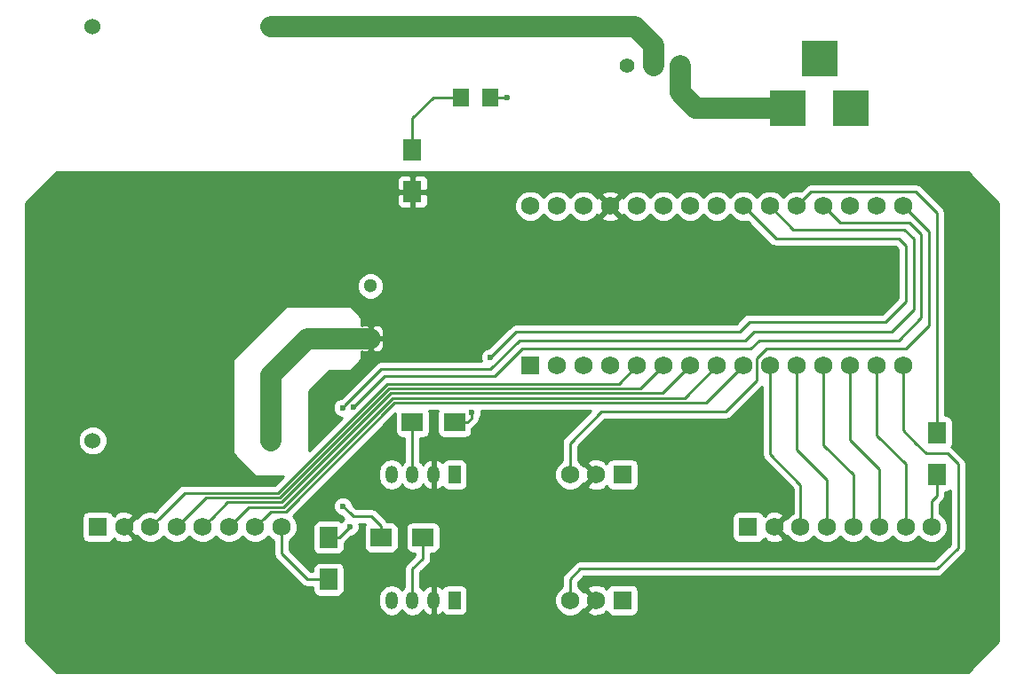
<source format=gbr>
G04 #@! TF.FileFunction,Copper,L1,Top,Signal*
%FSLAX46Y46*%
G04 Gerber Fmt 4.6, Leading zero omitted, Abs format (unit mm)*
G04 Created by KiCad (PCBNEW 4.0.3+e1-6302~38~ubuntu15.04.1-stable) date Sun Sep 25 07:10:45 2016*
%MOMM*%
%LPD*%
G01*
G04 APERTURE LIST*
%ADD10C,0.100000*%
%ADD11R,1.727200X1.727200*%
%ADD12C,1.727200*%
%ADD13R,1.300000X1.300000*%
%ADD14C,1.300000*%
%ADD15R,1.597660X1.800860*%
%ADD16R,1.750000X1.750000*%
%ADD17C,1.750000*%
%ADD18R,1.200000X1.700000*%
%ADD19O,1.200000X1.700000*%
%ADD20C,1.524000*%
%ADD21R,3.500120X3.500120*%
%ADD22R,1.700000X2.000000*%
%ADD23R,2.000000X1.700000*%
%ADD24R,1.397000X1.397000*%
%ADD25C,1.397000*%
%ADD26C,0.600000*%
%ADD27C,0.250000*%
%ADD28C,2.050000*%
%ADD29C,0.254000*%
G04 APERTURE END LIST*
D10*
D11*
X79220000Y-67620000D03*
D12*
X81760000Y-67620000D03*
X84300000Y-67620000D03*
X86840000Y-67620000D03*
X89380000Y-67620000D03*
X91920000Y-67620000D03*
X94460000Y-67620000D03*
X97000000Y-67620000D03*
X99540000Y-67620000D03*
X102080000Y-67620000D03*
X104620000Y-67620000D03*
X107160000Y-67620000D03*
X109700000Y-67620000D03*
X112240000Y-67620000D03*
X114780000Y-67620000D03*
X114780000Y-52380000D03*
X112240000Y-52380000D03*
X109700000Y-52380000D03*
X107160000Y-52380000D03*
X104620000Y-52380000D03*
X102080000Y-52380000D03*
X99540000Y-52380000D03*
X97000000Y-52380000D03*
X94460000Y-52380000D03*
X91920000Y-52380000D03*
X89380000Y-52380000D03*
X86840000Y-52380000D03*
X84300000Y-52380000D03*
X81760000Y-52380000D03*
X79220000Y-52380000D03*
D13*
X64000000Y-65000000D03*
D14*
X64000000Y-60000000D03*
D15*
X72580140Y-42000000D03*
X75419860Y-42000000D03*
D16*
X38000000Y-83000000D03*
D17*
X40500000Y-83000000D03*
X43000000Y-83000000D03*
X45500000Y-83000000D03*
X48000000Y-83000000D03*
X50500000Y-83000000D03*
X53000000Y-83000000D03*
X55500000Y-83000000D03*
D16*
X100000000Y-83000000D03*
D17*
X102500000Y-83000000D03*
X105000000Y-83000000D03*
X107500000Y-83000000D03*
X110000000Y-83000000D03*
X112500000Y-83000000D03*
X115000000Y-83000000D03*
X117500000Y-83000000D03*
D18*
X72000000Y-90000000D03*
D19*
X70000000Y-90000000D03*
X68000000Y-90000000D03*
X66000000Y-90000000D03*
D18*
X72000000Y-78000000D03*
D19*
X70000000Y-78000000D03*
X68000000Y-78000000D03*
X66000000Y-78000000D03*
D20*
X54500000Y-35250000D03*
X37500000Y-35250000D03*
X54500000Y-74750000D03*
X37500000Y-74750000D03*
D21*
X103799860Y-43000000D03*
X109799340Y-43000000D03*
X106799600Y-38301000D03*
D22*
X60000000Y-84000000D03*
X60000000Y-88000000D03*
X118000000Y-74000000D03*
X118000000Y-78000000D03*
D23*
X65000000Y-84000000D03*
X69000000Y-84000000D03*
X72000000Y-73000000D03*
X68000000Y-73000000D03*
D22*
X68000000Y-47000000D03*
X68000000Y-51000000D03*
D16*
X88000000Y-90000000D03*
D17*
X85500000Y-90000000D03*
X83000000Y-90000000D03*
D16*
X88000000Y-78000000D03*
D17*
X85500000Y-78000000D03*
X83000000Y-78000000D03*
D24*
X93540000Y-39000000D03*
D25*
X91000000Y-39000000D03*
X88460000Y-39000000D03*
D26*
X77000000Y-42000000D03*
X62375532Y-71531459D03*
X62000000Y-83000000D03*
X61361318Y-81012735D03*
X61337743Y-71614888D03*
X75386684Y-66825810D03*
X73617332Y-72110335D03*
D27*
X75419860Y-42000000D02*
X77000000Y-42000000D01*
X89380000Y-67620000D02*
X87651241Y-69348759D01*
X55166012Y-79737267D02*
X46262733Y-79737267D01*
X46262733Y-79737267D02*
X43874999Y-82125001D01*
X65554519Y-69348759D02*
X55166012Y-79737267D01*
X87651241Y-69348759D02*
X65554519Y-69348759D01*
X43874999Y-82125001D02*
X43000000Y-83000000D01*
X55352412Y-80187278D02*
X48312722Y-80187278D01*
X48312722Y-80187278D02*
X46374999Y-82125001D01*
X91920000Y-67620000D02*
X89741230Y-69798770D01*
X46374999Y-82125001D02*
X45500000Y-83000000D01*
X65740919Y-69798770D02*
X55352412Y-80187278D01*
X89741230Y-69798770D02*
X65740919Y-69798770D01*
X48874999Y-82125001D02*
X48000000Y-83000000D01*
X65927319Y-70248781D02*
X55538812Y-80637289D01*
X50362711Y-80637289D02*
X48874999Y-82125001D01*
X91831219Y-70248781D02*
X65927319Y-70248781D01*
X94460000Y-67620000D02*
X91831219Y-70248781D01*
X55538812Y-80637289D02*
X50362711Y-80637289D01*
X52412700Y-81087300D02*
X51374999Y-82125001D01*
X51374999Y-82125001D02*
X50500000Y-83000000D01*
X93921208Y-70698792D02*
X66113719Y-70698792D01*
X97000000Y-67620000D02*
X93921208Y-70698792D01*
X66113719Y-70698792D02*
X55725212Y-81087300D01*
X55725212Y-81087300D02*
X52412700Y-81087300D01*
X66300119Y-71148803D02*
X55911611Y-81537311D01*
X55911611Y-81537311D02*
X54462689Y-81537311D01*
X99540000Y-67620000D02*
X96011197Y-71148803D01*
X96011197Y-71148803D02*
X66300119Y-71148803D01*
X54462689Y-81537311D02*
X53874999Y-82125001D01*
X53874999Y-82125001D02*
X53000000Y-83000000D01*
X102080000Y-67620000D02*
X102080000Y-76080000D01*
X105000000Y-79000000D02*
X105000000Y-83000000D01*
X102080000Y-76080000D02*
X105000000Y-79000000D01*
X104620000Y-67620000D02*
X104620000Y-75620000D01*
X107500000Y-78500000D02*
X107500000Y-83000000D01*
X104620000Y-75620000D02*
X107500000Y-78500000D01*
X107160000Y-67620000D02*
X107160000Y-75160000D01*
X110000000Y-78000000D02*
X110000000Y-83000000D01*
X107160000Y-75160000D02*
X110000000Y-78000000D01*
X109700000Y-67620000D02*
X109700000Y-74700000D01*
X112500000Y-77500000D02*
X112500000Y-83000000D01*
X109700000Y-74700000D02*
X112500000Y-77500000D01*
X112240000Y-67620000D02*
X112240000Y-74240000D01*
X115000000Y-77000000D02*
X115000000Y-83000000D01*
X112240000Y-74240000D02*
X115000000Y-77000000D01*
X114780000Y-72780000D02*
X114780000Y-73780000D01*
X114780000Y-73780000D02*
X116000000Y-75000000D01*
X114780000Y-67620000D02*
X114780000Y-72780000D01*
X83000000Y-88000000D02*
X83000000Y-90000000D01*
X116000000Y-75000000D02*
X117000000Y-76000000D01*
X117000000Y-76000000D02*
X119000000Y-76000000D01*
X119000000Y-76000000D02*
X120000000Y-77000000D01*
X120000000Y-77000000D02*
X120000000Y-85000000D01*
X120000000Y-85000000D02*
X118000000Y-87000000D01*
X118000000Y-87000000D02*
X84000000Y-87000000D01*
X84000000Y-87000000D02*
X83000000Y-88000000D01*
X114780000Y-52380000D02*
X117233524Y-54833524D01*
X86000000Y-72000000D02*
X83000000Y-75000000D01*
X117233524Y-54833524D02*
X117233524Y-63766476D01*
X117233524Y-63766476D02*
X115000000Y-66000000D01*
X100848160Y-66892322D02*
X100848160Y-69000000D01*
X115000000Y-66000000D02*
X101740482Y-66000000D01*
X101740482Y-66000000D02*
X100848160Y-66892322D01*
X100848160Y-69000000D02*
X97848160Y-72000000D01*
X97848160Y-72000000D02*
X86000000Y-72000000D01*
X83000000Y-75000000D02*
X83000000Y-78000000D01*
X78474869Y-66000000D02*
X75874775Y-68600094D01*
X114386129Y-65177761D02*
X101046596Y-65177761D01*
X116515105Y-55088354D02*
X116515105Y-63048785D01*
X108752730Y-53972730D02*
X115399481Y-53972730D01*
X107160000Y-52380000D02*
X108752730Y-53972730D01*
X115399481Y-53972730D02*
X116515105Y-55088354D01*
X101046596Y-65177761D02*
X100224357Y-66000000D01*
X116515105Y-63048785D02*
X114386129Y-65177761D01*
X100224357Y-66000000D02*
X78474869Y-66000000D01*
X75874775Y-68600094D02*
X65306897Y-68600094D01*
X65306897Y-68600094D02*
X62675531Y-71231460D01*
X62675531Y-71231460D02*
X62375532Y-71531459D01*
X61000000Y-84000000D02*
X60000000Y-84000000D01*
X62000000Y-83000000D02*
X61000000Y-84000000D01*
X107160000Y-52380000D02*
X106620000Y-52380000D01*
X104620000Y-52380000D02*
X106000000Y-51000000D01*
X106000000Y-51000000D02*
X116000000Y-51000000D01*
X116000000Y-51000000D02*
X118000000Y-53000000D01*
X118000000Y-53000000D02*
X118000000Y-67000000D01*
X118000000Y-67000000D02*
X118000000Y-74000000D01*
X102080000Y-52380000D02*
X104322610Y-54622610D01*
X115757163Y-62249107D02*
X113645310Y-64360960D01*
X104322610Y-54622610D02*
X114907096Y-54622610D01*
X100539698Y-64360960D02*
X99704339Y-65196319D01*
X114907096Y-54622610D02*
X115757163Y-55472677D01*
X115757163Y-55472677D02*
X115757163Y-62249107D01*
X113645310Y-64360960D02*
X100539698Y-64360960D01*
X99704339Y-65196319D02*
X78202419Y-65196319D01*
X78202419Y-65196319D02*
X75438049Y-67960689D01*
X75438049Y-67960689D02*
X64991942Y-67960689D01*
X64991942Y-67960689D02*
X61637742Y-71314889D01*
X61637742Y-71314889D02*
X61337743Y-71614888D01*
X61361318Y-81012735D02*
X62000000Y-81651417D01*
X64100000Y-82000000D02*
X62348583Y-82000000D01*
X62348583Y-82000000D02*
X62000000Y-81651417D01*
X65000000Y-84000000D02*
X65000000Y-82900000D01*
X65000000Y-82900000D02*
X64100000Y-82000000D01*
X99540000Y-52380000D02*
X102648244Y-55488244D01*
X102648244Y-55488244D02*
X114325323Y-55488244D01*
X114325323Y-55488244D02*
X115000000Y-56162921D01*
X115000000Y-56162921D02*
X115000000Y-61460461D01*
X115000000Y-61460461D02*
X113054316Y-63406145D01*
X113054316Y-63406145D02*
X100118272Y-63406145D01*
X100118272Y-63406145D02*
X99166308Y-64358109D01*
X99166308Y-64358109D02*
X77854385Y-64358109D01*
X77854385Y-64358109D02*
X75686683Y-66525811D01*
X75686683Y-66525811D02*
X75386684Y-66825810D01*
X73617332Y-72534599D02*
X73617332Y-72110335D01*
X73617332Y-72632668D02*
X73617332Y-72534599D01*
X73250000Y-73000000D02*
X73617332Y-72632668D01*
X72000000Y-73000000D02*
X73250000Y-73000000D01*
D28*
X54500000Y-74750000D02*
X54500000Y-68500000D01*
X58000000Y-65000000D02*
X64000000Y-65000000D01*
X54500000Y-68500000D02*
X58000000Y-65000000D01*
D27*
X68000000Y-47000000D02*
X68000000Y-44000000D01*
X70000000Y-42000000D02*
X72580140Y-42000000D01*
X68000000Y-44000000D02*
X70000000Y-42000000D01*
X60000000Y-88000000D02*
X58000000Y-88000000D01*
X55500000Y-85500000D02*
X55500000Y-83000000D01*
X58000000Y-88000000D02*
X55500000Y-85500000D01*
X117500000Y-83000000D02*
X117500000Y-80500000D01*
X118000000Y-80000000D02*
X118000000Y-78000000D01*
X117500000Y-80500000D02*
X118000000Y-80000000D01*
X68000000Y-90000000D02*
X68000000Y-87000000D01*
X69000000Y-86000000D02*
X69000000Y-84000000D01*
X68000000Y-87000000D02*
X69000000Y-86000000D01*
X68000000Y-73000000D02*
X68000000Y-78000000D01*
D28*
X91000000Y-39000000D02*
X91000000Y-37000000D01*
X89250000Y-35250000D02*
X54500000Y-35250000D01*
X91000000Y-37000000D02*
X89250000Y-35250000D01*
X93540000Y-39000000D02*
X93540000Y-41540000D01*
X95000000Y-43000000D02*
X103799860Y-43000000D01*
X93540000Y-41540000D02*
X95000000Y-43000000D01*
D29*
G36*
X123873000Y-52052606D02*
X123873000Y-93947394D01*
X120947394Y-96873000D01*
X34052606Y-96873000D01*
X31127000Y-93947394D01*
X31127000Y-89720907D01*
X64765000Y-89720907D01*
X64765000Y-90279093D01*
X64859009Y-90751707D01*
X65126723Y-91152370D01*
X65527386Y-91420084D01*
X66000000Y-91514093D01*
X66472614Y-91420084D01*
X66873277Y-91152370D01*
X67000000Y-90962715D01*
X67126723Y-91152370D01*
X67527386Y-91420084D01*
X68000000Y-91514093D01*
X68472614Y-91420084D01*
X68873277Y-91152370D01*
X69002410Y-90959109D01*
X69170875Y-91181933D01*
X69590624Y-91428286D01*
X69682391Y-91443462D01*
X69873000Y-91318731D01*
X69873000Y-90127000D01*
X69853000Y-90127000D01*
X69853000Y-89873000D01*
X69873000Y-89873000D01*
X69873000Y-88681269D01*
X70127000Y-88681269D01*
X70127000Y-89873000D01*
X70147000Y-89873000D01*
X70147000Y-90127000D01*
X70127000Y-90127000D01*
X70127000Y-91318731D01*
X70317609Y-91443462D01*
X70409376Y-91428286D01*
X70829125Y-91181933D01*
X70845269Y-91160580D01*
X70935910Y-91301441D01*
X71148110Y-91446431D01*
X71400000Y-91497440D01*
X72600000Y-91497440D01*
X72835317Y-91453162D01*
X73051441Y-91314090D01*
X73196431Y-91101890D01*
X73247440Y-90850000D01*
X73247440Y-89150000D01*
X73203162Y-88914683D01*
X73064090Y-88698559D01*
X72851890Y-88553569D01*
X72600000Y-88502560D01*
X71400000Y-88502560D01*
X71164683Y-88546838D01*
X70948559Y-88685910D01*
X70844429Y-88838309D01*
X70829125Y-88818067D01*
X70409376Y-88571714D01*
X70317609Y-88556538D01*
X70127000Y-88681269D01*
X69873000Y-88681269D01*
X69682391Y-88556538D01*
X69590624Y-88571714D01*
X69170875Y-88818067D01*
X69002410Y-89040891D01*
X68873277Y-88847630D01*
X68760000Y-88771941D01*
X68760000Y-87314802D01*
X69537401Y-86537401D01*
X69702148Y-86290839D01*
X69760000Y-86000000D01*
X69760000Y-85497440D01*
X70000000Y-85497440D01*
X70235317Y-85453162D01*
X70451441Y-85314090D01*
X70596431Y-85101890D01*
X70647440Y-84850000D01*
X70647440Y-83150000D01*
X70603162Y-82914683D01*
X70464090Y-82698559D01*
X70251890Y-82553569D01*
X70000000Y-82502560D01*
X68000000Y-82502560D01*
X67764683Y-82546838D01*
X67548559Y-82685910D01*
X67403569Y-82898110D01*
X67352560Y-83150000D01*
X67352560Y-84850000D01*
X67396838Y-85085317D01*
X67535910Y-85301441D01*
X67748110Y-85446431D01*
X68000000Y-85497440D01*
X68240000Y-85497440D01*
X68240000Y-85685198D01*
X67462599Y-86462599D01*
X67297852Y-86709161D01*
X67240000Y-87000000D01*
X67240000Y-88771941D01*
X67126723Y-88847630D01*
X67000000Y-89037285D01*
X66873277Y-88847630D01*
X66472614Y-88579916D01*
X66000000Y-88485907D01*
X65527386Y-88579916D01*
X65126723Y-88847630D01*
X64859009Y-89248293D01*
X64765000Y-89720907D01*
X31127000Y-89720907D01*
X31127000Y-82125000D01*
X36477560Y-82125000D01*
X36477560Y-83875000D01*
X36521838Y-84110317D01*
X36660910Y-84326441D01*
X36873110Y-84471431D01*
X37125000Y-84522440D01*
X38875000Y-84522440D01*
X39110317Y-84478162D01*
X39326441Y-84339090D01*
X39463994Y-84137774D01*
X39502914Y-84176694D01*
X39617546Y-84062062D01*
X39700884Y-84315953D01*
X40265306Y-84521590D01*
X40865458Y-84495579D01*
X41299116Y-84315953D01*
X41382455Y-84062060D01*
X40500000Y-83179605D01*
X40485858Y-83193748D01*
X40306253Y-83014143D01*
X40320395Y-83000000D01*
X40679605Y-83000000D01*
X41562060Y-83882455D01*
X41710648Y-83833682D01*
X41719138Y-83854229D01*
X42143537Y-84279370D01*
X42698325Y-84509738D01*
X43299040Y-84510262D01*
X43854229Y-84280862D01*
X44250318Y-83885464D01*
X44643537Y-84279370D01*
X45198325Y-84509738D01*
X45799040Y-84510262D01*
X46354229Y-84280862D01*
X46750318Y-83885464D01*
X47143537Y-84279370D01*
X47698325Y-84509738D01*
X48299040Y-84510262D01*
X48854229Y-84280862D01*
X49250318Y-83885464D01*
X49643537Y-84279370D01*
X50198325Y-84509738D01*
X50799040Y-84510262D01*
X51354229Y-84280862D01*
X51750318Y-83885464D01*
X52143537Y-84279370D01*
X52698325Y-84509738D01*
X53299040Y-84510262D01*
X53854229Y-84280862D01*
X54250318Y-83885464D01*
X54643537Y-84279370D01*
X54740000Y-84319425D01*
X54740000Y-85500000D01*
X54797852Y-85790839D01*
X54962599Y-86037401D01*
X57462599Y-88537401D01*
X57709161Y-88702148D01*
X58000000Y-88760000D01*
X58502560Y-88760000D01*
X58502560Y-89000000D01*
X58546838Y-89235317D01*
X58685910Y-89451441D01*
X58898110Y-89596431D01*
X59150000Y-89647440D01*
X60850000Y-89647440D01*
X61085317Y-89603162D01*
X61301441Y-89464090D01*
X61446431Y-89251890D01*
X61497440Y-89000000D01*
X61497440Y-87000000D01*
X61453162Y-86764683D01*
X61314090Y-86548559D01*
X61101890Y-86403569D01*
X60850000Y-86352560D01*
X59150000Y-86352560D01*
X58914683Y-86396838D01*
X58698559Y-86535910D01*
X58553569Y-86748110D01*
X58502560Y-87000000D01*
X58502560Y-87240000D01*
X58314802Y-87240000D01*
X56260000Y-85185198D01*
X56260000Y-84319797D01*
X56354229Y-84280862D01*
X56779370Y-83856463D01*
X57009738Y-83301675D01*
X57010001Y-83000000D01*
X58502560Y-83000000D01*
X58502560Y-85000000D01*
X58546838Y-85235317D01*
X58685910Y-85451441D01*
X58898110Y-85596431D01*
X59150000Y-85647440D01*
X60850000Y-85647440D01*
X61085317Y-85603162D01*
X61301441Y-85464090D01*
X61446431Y-85251890D01*
X61497440Y-85000000D01*
X61497440Y-84564102D01*
X61537401Y-84537401D01*
X62139680Y-83935122D01*
X62185167Y-83935162D01*
X62528943Y-83793117D01*
X62792192Y-83530327D01*
X62934838Y-83186799D01*
X62935162Y-82814833D01*
X62912506Y-82760000D01*
X63497935Y-82760000D01*
X63403569Y-82898110D01*
X63352560Y-83150000D01*
X63352560Y-84850000D01*
X63396838Y-85085317D01*
X63535910Y-85301441D01*
X63748110Y-85446431D01*
X64000000Y-85497440D01*
X66000000Y-85497440D01*
X66235317Y-85453162D01*
X66451441Y-85314090D01*
X66596431Y-85101890D01*
X66647440Y-84850000D01*
X66647440Y-83150000D01*
X66603162Y-82914683D01*
X66464090Y-82698559D01*
X66251890Y-82553569D01*
X66000000Y-82502560D01*
X65630920Y-82502560D01*
X65537401Y-82362599D01*
X65299802Y-82125000D01*
X98477560Y-82125000D01*
X98477560Y-83875000D01*
X98521838Y-84110317D01*
X98660910Y-84326441D01*
X98873110Y-84471431D01*
X99125000Y-84522440D01*
X100875000Y-84522440D01*
X101110317Y-84478162D01*
X101326441Y-84339090D01*
X101463994Y-84137774D01*
X101502914Y-84176694D01*
X101617546Y-84062062D01*
X101700884Y-84315953D01*
X102265306Y-84521590D01*
X102865458Y-84495579D01*
X103299116Y-84315953D01*
X103382455Y-84062060D01*
X102500000Y-83179605D01*
X102485858Y-83193748D01*
X102306253Y-83014143D01*
X102320395Y-83000000D01*
X102306253Y-82985858D01*
X102485858Y-82806253D01*
X102500000Y-82820395D01*
X103382455Y-81937940D01*
X103299116Y-81684047D01*
X102734694Y-81478410D01*
X102134542Y-81504421D01*
X101700884Y-81684047D01*
X101617546Y-81937938D01*
X101502914Y-81823306D01*
X101461864Y-81864356D01*
X101339090Y-81673559D01*
X101126890Y-81528569D01*
X100875000Y-81477560D01*
X99125000Y-81477560D01*
X98889683Y-81521838D01*
X98673559Y-81660910D01*
X98528569Y-81873110D01*
X98477560Y-82125000D01*
X65299802Y-82125000D01*
X64637401Y-81462599D01*
X64390839Y-81297852D01*
X64100000Y-81240000D01*
X62663385Y-81240000D01*
X62296440Y-80873055D01*
X62296480Y-80827568D01*
X62154435Y-80483792D01*
X61891645Y-80220543D01*
X61548117Y-80077897D01*
X61176151Y-80077573D01*
X60832375Y-80219618D01*
X60569126Y-80482408D01*
X60426480Y-80825936D01*
X60426156Y-81197902D01*
X60568201Y-81541678D01*
X60830991Y-81804927D01*
X61174519Y-81947573D01*
X61221395Y-81947614D01*
X61477855Y-82204074D01*
X61471057Y-82206883D01*
X61207808Y-82469673D01*
X61205781Y-82474555D01*
X61101890Y-82403569D01*
X60850000Y-82352560D01*
X59150000Y-82352560D01*
X58914683Y-82396838D01*
X58698559Y-82535910D01*
X58553569Y-82748110D01*
X58502560Y-83000000D01*
X57010001Y-83000000D01*
X57010262Y-82700960D01*
X56780862Y-82145771D01*
X56579583Y-81944141D01*
X66352560Y-72171164D01*
X66352560Y-73850000D01*
X66396838Y-74085317D01*
X66535910Y-74301441D01*
X66748110Y-74446431D01*
X67000000Y-74497440D01*
X67240000Y-74497440D01*
X67240000Y-76771941D01*
X67126723Y-76847630D01*
X67000000Y-77037285D01*
X66873277Y-76847630D01*
X66472614Y-76579916D01*
X66000000Y-76485907D01*
X65527386Y-76579916D01*
X65126723Y-76847630D01*
X64859009Y-77248293D01*
X64765000Y-77720907D01*
X64765000Y-78279093D01*
X64859009Y-78751707D01*
X65126723Y-79152370D01*
X65527386Y-79420084D01*
X66000000Y-79514093D01*
X66472614Y-79420084D01*
X66873277Y-79152370D01*
X67000000Y-78962715D01*
X67126723Y-79152370D01*
X67527386Y-79420084D01*
X68000000Y-79514093D01*
X68472614Y-79420084D01*
X68873277Y-79152370D01*
X69002410Y-78959109D01*
X69170875Y-79181933D01*
X69590624Y-79428286D01*
X69682391Y-79443462D01*
X69873000Y-79318731D01*
X69873000Y-78127000D01*
X69853000Y-78127000D01*
X69853000Y-77873000D01*
X69873000Y-77873000D01*
X69873000Y-76681269D01*
X70127000Y-76681269D01*
X70127000Y-77873000D01*
X70147000Y-77873000D01*
X70147000Y-78127000D01*
X70127000Y-78127000D01*
X70127000Y-79318731D01*
X70317609Y-79443462D01*
X70409376Y-79428286D01*
X70829125Y-79181933D01*
X70845269Y-79160580D01*
X70935910Y-79301441D01*
X71148110Y-79446431D01*
X71400000Y-79497440D01*
X72600000Y-79497440D01*
X72835317Y-79453162D01*
X73051441Y-79314090D01*
X73196431Y-79101890D01*
X73247440Y-78850000D01*
X73247440Y-77150000D01*
X73203162Y-76914683D01*
X73064090Y-76698559D01*
X72851890Y-76553569D01*
X72600000Y-76502560D01*
X71400000Y-76502560D01*
X71164683Y-76546838D01*
X70948559Y-76685910D01*
X70844429Y-76838309D01*
X70829125Y-76818067D01*
X70409376Y-76571714D01*
X70317609Y-76556538D01*
X70127000Y-76681269D01*
X69873000Y-76681269D01*
X69682391Y-76556538D01*
X69590624Y-76571714D01*
X69170875Y-76818067D01*
X69002410Y-77040891D01*
X68873277Y-76847630D01*
X68760000Y-76771941D01*
X68760000Y-74497440D01*
X69000000Y-74497440D01*
X69235317Y-74453162D01*
X69451441Y-74314090D01*
X69596431Y-74101890D01*
X69647440Y-73850000D01*
X69647440Y-72150000D01*
X69603162Y-71914683D01*
X69599378Y-71908803D01*
X70401404Y-71908803D01*
X70352560Y-72150000D01*
X70352560Y-73850000D01*
X70396838Y-74085317D01*
X70535910Y-74301441D01*
X70748110Y-74446431D01*
X71000000Y-74497440D01*
X73000000Y-74497440D01*
X73235317Y-74453162D01*
X73451441Y-74314090D01*
X73596431Y-74101890D01*
X73647440Y-73850000D01*
X73647440Y-73630920D01*
X73787401Y-73537401D01*
X74154733Y-73170069D01*
X74319480Y-72923507D01*
X74367372Y-72682741D01*
X74409524Y-72640662D01*
X74552170Y-72297134D01*
X74552494Y-71925168D01*
X74545732Y-71908803D01*
X85016395Y-71908803D01*
X82462599Y-74462599D01*
X82297852Y-74709161D01*
X82240000Y-75000000D01*
X82240000Y-76680203D01*
X82145771Y-76719138D01*
X81720630Y-77143537D01*
X81490262Y-77698325D01*
X81489738Y-78299040D01*
X81719138Y-78854229D01*
X82143537Y-79279370D01*
X82698325Y-79509738D01*
X83299040Y-79510262D01*
X83854229Y-79280862D01*
X84279370Y-78856463D01*
X84288892Y-78833531D01*
X84437940Y-78882455D01*
X85320395Y-78000000D01*
X84437940Y-77117545D01*
X84289352Y-77166318D01*
X84280862Y-77145771D01*
X84073394Y-76937940D01*
X84617545Y-76937940D01*
X85500000Y-77820395D01*
X85514143Y-77806253D01*
X85693748Y-77985858D01*
X85679605Y-78000000D01*
X85693748Y-78014143D01*
X85514143Y-78193748D01*
X85500000Y-78179605D01*
X84617545Y-79062060D01*
X84700884Y-79315953D01*
X85265306Y-79521590D01*
X85865458Y-79495579D01*
X86299116Y-79315953D01*
X86382454Y-79062062D01*
X86497086Y-79176694D01*
X86538136Y-79135644D01*
X86660910Y-79326441D01*
X86873110Y-79471431D01*
X87125000Y-79522440D01*
X88875000Y-79522440D01*
X89110317Y-79478162D01*
X89326441Y-79339090D01*
X89471431Y-79126890D01*
X89522440Y-78875000D01*
X89522440Y-77125000D01*
X89478162Y-76889683D01*
X89339090Y-76673559D01*
X89126890Y-76528569D01*
X88875000Y-76477560D01*
X87125000Y-76477560D01*
X86889683Y-76521838D01*
X86673559Y-76660910D01*
X86536006Y-76862226D01*
X86497086Y-76823306D01*
X86382454Y-76937938D01*
X86299116Y-76684047D01*
X85734694Y-76478410D01*
X85134542Y-76504421D01*
X84700884Y-76684047D01*
X84617545Y-76937940D01*
X84073394Y-76937940D01*
X83856463Y-76720630D01*
X83760000Y-76680575D01*
X83760000Y-75314802D01*
X86314802Y-72760000D01*
X97848160Y-72760000D01*
X98138999Y-72702148D01*
X98385561Y-72537401D01*
X101320000Y-69602962D01*
X101320000Y-76080000D01*
X101377852Y-76370839D01*
X101542599Y-76617401D01*
X104240000Y-79314802D01*
X104240000Y-81680203D01*
X104145771Y-81719138D01*
X103720630Y-82143537D01*
X103711108Y-82166469D01*
X103562060Y-82117545D01*
X102679605Y-83000000D01*
X103562060Y-83882455D01*
X103710648Y-83833682D01*
X103719138Y-83854229D01*
X104143537Y-84279370D01*
X104698325Y-84509738D01*
X105299040Y-84510262D01*
X105854229Y-84280862D01*
X106250318Y-83885464D01*
X106643537Y-84279370D01*
X107198325Y-84509738D01*
X107799040Y-84510262D01*
X108354229Y-84280862D01*
X108750318Y-83885464D01*
X109143537Y-84279370D01*
X109698325Y-84509738D01*
X110299040Y-84510262D01*
X110854229Y-84280862D01*
X111250318Y-83885464D01*
X111643537Y-84279370D01*
X112198325Y-84509738D01*
X112799040Y-84510262D01*
X113354229Y-84280862D01*
X113750318Y-83885464D01*
X114143537Y-84279370D01*
X114698325Y-84509738D01*
X115299040Y-84510262D01*
X115854229Y-84280862D01*
X116250318Y-83885464D01*
X116643537Y-84279370D01*
X117198325Y-84509738D01*
X117799040Y-84510262D01*
X118354229Y-84280862D01*
X118779370Y-83856463D01*
X119009738Y-83301675D01*
X119010262Y-82700960D01*
X118780862Y-82145771D01*
X118356463Y-81720630D01*
X118260000Y-81680575D01*
X118260000Y-80814802D01*
X118537401Y-80537401D01*
X118702148Y-80290839D01*
X118760000Y-80000000D01*
X118760000Y-79647440D01*
X118850000Y-79647440D01*
X119085317Y-79603162D01*
X119240000Y-79503626D01*
X119240000Y-84685198D01*
X117685198Y-86240000D01*
X84000000Y-86240000D01*
X83709161Y-86297852D01*
X83462599Y-86462599D01*
X82462599Y-87462599D01*
X82297852Y-87709161D01*
X82240000Y-88000000D01*
X82240000Y-88680203D01*
X82145771Y-88719138D01*
X81720630Y-89143537D01*
X81490262Y-89698325D01*
X81489738Y-90299040D01*
X81719138Y-90854229D01*
X82143537Y-91279370D01*
X82698325Y-91509738D01*
X83299040Y-91510262D01*
X83854229Y-91280862D01*
X84279370Y-90856463D01*
X84288892Y-90833531D01*
X84437940Y-90882455D01*
X85320395Y-90000000D01*
X84437940Y-89117545D01*
X84289352Y-89166318D01*
X84280862Y-89145771D01*
X84073394Y-88937940D01*
X84617545Y-88937940D01*
X85500000Y-89820395D01*
X85514143Y-89806253D01*
X85693748Y-89985858D01*
X85679605Y-90000000D01*
X85693748Y-90014143D01*
X85514143Y-90193748D01*
X85500000Y-90179605D01*
X84617545Y-91062060D01*
X84700884Y-91315953D01*
X85265306Y-91521590D01*
X85865458Y-91495579D01*
X86299116Y-91315953D01*
X86382454Y-91062062D01*
X86497086Y-91176694D01*
X86538136Y-91135644D01*
X86660910Y-91326441D01*
X86873110Y-91471431D01*
X87125000Y-91522440D01*
X88875000Y-91522440D01*
X89110317Y-91478162D01*
X89326441Y-91339090D01*
X89471431Y-91126890D01*
X89522440Y-90875000D01*
X89522440Y-89125000D01*
X89478162Y-88889683D01*
X89339090Y-88673559D01*
X89126890Y-88528569D01*
X88875000Y-88477560D01*
X87125000Y-88477560D01*
X86889683Y-88521838D01*
X86673559Y-88660910D01*
X86536006Y-88862226D01*
X86497086Y-88823306D01*
X86382454Y-88937938D01*
X86299116Y-88684047D01*
X85734694Y-88478410D01*
X85134542Y-88504421D01*
X84700884Y-88684047D01*
X84617545Y-88937940D01*
X84073394Y-88937940D01*
X83856463Y-88720630D01*
X83760000Y-88680575D01*
X83760000Y-88314802D01*
X84314802Y-87760000D01*
X118000000Y-87760000D01*
X118290839Y-87702148D01*
X118537401Y-87537401D01*
X120537401Y-85537401D01*
X120702148Y-85290839D01*
X120760000Y-85000000D01*
X120760000Y-77000000D01*
X120702148Y-76709161D01*
X120537401Y-76462599D01*
X119537401Y-75462599D01*
X119376101Y-75354822D01*
X119446431Y-75251890D01*
X119497440Y-75000000D01*
X119497440Y-73000000D01*
X119453162Y-72764683D01*
X119314090Y-72548559D01*
X119101890Y-72403569D01*
X118850000Y-72352560D01*
X118760000Y-72352560D01*
X118760000Y-53000000D01*
X118702148Y-52709161D01*
X118537401Y-52462599D01*
X116537401Y-50462599D01*
X116290839Y-50297852D01*
X116000000Y-50240000D01*
X106000000Y-50240000D01*
X105709161Y-50297852D01*
X105462599Y-50462599D01*
X105007114Y-50918084D01*
X104919398Y-50881661D01*
X104323218Y-50881141D01*
X103772220Y-51108808D01*
X103350290Y-51530003D01*
X103349905Y-51530931D01*
X102929997Y-51110290D01*
X102379398Y-50881661D01*
X101783218Y-50881141D01*
X101232220Y-51108808D01*
X100810290Y-51530003D01*
X100809905Y-51530931D01*
X100389997Y-51110290D01*
X99839398Y-50881661D01*
X99243218Y-50881141D01*
X98692220Y-51108808D01*
X98270290Y-51530003D01*
X98269905Y-51530931D01*
X97849997Y-51110290D01*
X97299398Y-50881661D01*
X96703218Y-50881141D01*
X96152220Y-51108808D01*
X95730290Y-51530003D01*
X95729905Y-51530931D01*
X95309997Y-51110290D01*
X94759398Y-50881661D01*
X94163218Y-50881141D01*
X93612220Y-51108808D01*
X93190290Y-51530003D01*
X93189905Y-51530931D01*
X92769997Y-51110290D01*
X92219398Y-50881661D01*
X91623218Y-50881141D01*
X91072220Y-51108808D01*
X90650290Y-51530003D01*
X90649905Y-51530931D01*
X90229997Y-51110290D01*
X89679398Y-50881661D01*
X89083218Y-50881141D01*
X88532220Y-51108808D01*
X88110290Y-51530003D01*
X88093459Y-51570537D01*
X87893805Y-51505800D01*
X87019605Y-52380000D01*
X87893805Y-53254200D01*
X88093033Y-53189601D01*
X88108808Y-53227780D01*
X88530003Y-53649710D01*
X89080602Y-53878339D01*
X89676782Y-53878859D01*
X90227780Y-53651192D01*
X90649710Y-53229997D01*
X90650095Y-53229069D01*
X91070003Y-53649710D01*
X91620602Y-53878339D01*
X92216782Y-53878859D01*
X92767780Y-53651192D01*
X93189710Y-53229997D01*
X93190095Y-53229069D01*
X93610003Y-53649710D01*
X94160602Y-53878339D01*
X94756782Y-53878859D01*
X95307780Y-53651192D01*
X95729710Y-53229997D01*
X95730095Y-53229069D01*
X96150003Y-53649710D01*
X96700602Y-53878339D01*
X97296782Y-53878859D01*
X97847780Y-53651192D01*
X98269710Y-53229997D01*
X98270095Y-53229069D01*
X98690003Y-53649710D01*
X99240602Y-53878339D01*
X99836782Y-53878859D01*
X99926844Y-53841646D01*
X102110843Y-56025645D01*
X102357405Y-56190392D01*
X102648244Y-56248244D01*
X114010521Y-56248244D01*
X114240000Y-56477723D01*
X114240000Y-61145659D01*
X112739514Y-62646145D01*
X100118272Y-62646145D01*
X99827432Y-62703997D01*
X99580871Y-62868744D01*
X98851506Y-63598109D01*
X77854385Y-63598109D01*
X77563546Y-63655961D01*
X77316984Y-63820708D01*
X75247004Y-65890688D01*
X75201517Y-65890648D01*
X74857741Y-66032693D01*
X74594492Y-66295483D01*
X74451846Y-66639011D01*
X74451522Y-67010977D01*
X74529909Y-67200689D01*
X64991942Y-67200689D01*
X64701103Y-67258541D01*
X64454541Y-67423288D01*
X61198063Y-70679766D01*
X61152576Y-70679726D01*
X60808800Y-70821771D01*
X60545551Y-71084561D01*
X60402905Y-71428089D01*
X60402581Y-71800055D01*
X60544626Y-72143831D01*
X60807416Y-72407080D01*
X61150944Y-72549726D01*
X61278639Y-72549837D01*
X58127000Y-75701477D01*
X58127000Y-70052606D01*
X60052606Y-68127000D01*
X62000000Y-68127000D01*
X62047789Y-68117666D01*
X62089803Y-68089803D01*
X63089803Y-67089803D01*
X63116994Y-67049410D01*
X63127000Y-67000000D01*
X63127000Y-66244950D01*
X63223690Y-66285000D01*
X63714250Y-66285000D01*
X63873000Y-66126250D01*
X63873000Y-65127000D01*
X64127000Y-65127000D01*
X64127000Y-66126250D01*
X64285750Y-66285000D01*
X64776310Y-66285000D01*
X65009699Y-66188327D01*
X65188327Y-66009698D01*
X65285000Y-65776309D01*
X65285000Y-65285750D01*
X65126250Y-65127000D01*
X64127000Y-65127000D01*
X63873000Y-65127000D01*
X63853000Y-65127000D01*
X63853000Y-64873000D01*
X63873000Y-64873000D01*
X63873000Y-63873750D01*
X64127000Y-63873750D01*
X64127000Y-64873000D01*
X65126250Y-64873000D01*
X65285000Y-64714250D01*
X65285000Y-64223691D01*
X65188327Y-63990302D01*
X65009699Y-63811673D01*
X64776310Y-63715000D01*
X64285750Y-63715000D01*
X64127000Y-63873750D01*
X63873000Y-63873750D01*
X63714250Y-63715000D01*
X63223690Y-63715000D01*
X63127000Y-63755050D01*
X63127000Y-63000000D01*
X63117666Y-62952211D01*
X63089803Y-62910197D01*
X62089803Y-61910197D01*
X62049410Y-61883006D01*
X62000000Y-61873000D01*
X56000000Y-61873000D01*
X55952211Y-61882334D01*
X55910197Y-61910197D01*
X50910197Y-66910197D01*
X50883006Y-66950590D01*
X50873000Y-67000000D01*
X50873000Y-76000000D01*
X50882334Y-76047789D01*
X50910197Y-76089803D01*
X52910197Y-78089803D01*
X52950590Y-78116994D01*
X53000000Y-78127000D01*
X55701477Y-78127000D01*
X54851210Y-78977267D01*
X46262733Y-78977267D01*
X45971894Y-79035119D01*
X45725332Y-79199866D01*
X43395837Y-81529361D01*
X43301675Y-81490262D01*
X42700960Y-81489738D01*
X42145771Y-81719138D01*
X41720630Y-82143537D01*
X41711108Y-82166469D01*
X41562060Y-82117545D01*
X40679605Y-83000000D01*
X40320395Y-83000000D01*
X40306253Y-82985858D01*
X40485858Y-82806253D01*
X40500000Y-82820395D01*
X41382455Y-81937940D01*
X41299116Y-81684047D01*
X40734694Y-81478410D01*
X40134542Y-81504421D01*
X39700884Y-81684047D01*
X39617546Y-81937938D01*
X39502914Y-81823306D01*
X39461864Y-81864356D01*
X39339090Y-81673559D01*
X39126890Y-81528569D01*
X38875000Y-81477560D01*
X37125000Y-81477560D01*
X36889683Y-81521838D01*
X36673559Y-81660910D01*
X36528569Y-81873110D01*
X36477560Y-82125000D01*
X31127000Y-82125000D01*
X31127000Y-75026661D01*
X36102758Y-75026661D01*
X36314990Y-75540303D01*
X36707630Y-75933629D01*
X37220900Y-76146757D01*
X37776661Y-76147242D01*
X38290303Y-75935010D01*
X38683629Y-75542370D01*
X38896757Y-75029100D01*
X38897242Y-74473339D01*
X38685010Y-73959697D01*
X38292370Y-73566371D01*
X37779100Y-73353243D01*
X37223339Y-73352758D01*
X36709697Y-73564990D01*
X36316371Y-73957630D01*
X36103243Y-74470900D01*
X36102758Y-75026661D01*
X31127000Y-75026661D01*
X31127000Y-60254481D01*
X62714777Y-60254481D01*
X62909995Y-60726943D01*
X63271155Y-61088735D01*
X63743276Y-61284777D01*
X64254481Y-61285223D01*
X64726943Y-61090005D01*
X65088735Y-60728845D01*
X65284777Y-60256724D01*
X65285223Y-59745519D01*
X65090005Y-59273057D01*
X64728845Y-58911265D01*
X64256724Y-58715223D01*
X63745519Y-58714777D01*
X63273057Y-58909995D01*
X62911265Y-59271155D01*
X62715223Y-59743276D01*
X62714777Y-60254481D01*
X31127000Y-60254481D01*
X31127000Y-52676782D01*
X77721141Y-52676782D01*
X77948808Y-53227780D01*
X78370003Y-53649710D01*
X78920602Y-53878339D01*
X79516782Y-53878859D01*
X80067780Y-53651192D01*
X80489710Y-53229997D01*
X80490095Y-53229069D01*
X80910003Y-53649710D01*
X81460602Y-53878339D01*
X82056782Y-53878859D01*
X82607780Y-53651192D01*
X83029710Y-53229997D01*
X83030095Y-53229069D01*
X83450003Y-53649710D01*
X84000602Y-53878339D01*
X84596782Y-53878859D01*
X85147780Y-53651192D01*
X85365546Y-53433805D01*
X85965800Y-53433805D01*
X86047741Y-53686516D01*
X86608030Y-53890248D01*
X87203635Y-53864058D01*
X87632259Y-53686516D01*
X87714200Y-53433805D01*
X86840000Y-52559605D01*
X85965800Y-53433805D01*
X85365546Y-53433805D01*
X85569710Y-53229997D01*
X85586541Y-53189463D01*
X85786195Y-53254200D01*
X86660395Y-52380000D01*
X85786195Y-51505800D01*
X85586967Y-51570399D01*
X85571192Y-51532220D01*
X85365526Y-51326195D01*
X85965800Y-51326195D01*
X86840000Y-52200395D01*
X87714200Y-51326195D01*
X87632259Y-51073484D01*
X87071970Y-50869752D01*
X86476365Y-50895942D01*
X86047741Y-51073484D01*
X85965800Y-51326195D01*
X85365526Y-51326195D01*
X85149997Y-51110290D01*
X84599398Y-50881661D01*
X84003218Y-50881141D01*
X83452220Y-51108808D01*
X83030290Y-51530003D01*
X83029905Y-51530931D01*
X82609997Y-51110290D01*
X82059398Y-50881661D01*
X81463218Y-50881141D01*
X80912220Y-51108808D01*
X80490290Y-51530003D01*
X80489905Y-51530931D01*
X80069997Y-51110290D01*
X79519398Y-50881661D01*
X78923218Y-50881141D01*
X78372220Y-51108808D01*
X77950290Y-51530003D01*
X77721661Y-52080602D01*
X77721141Y-52676782D01*
X31127000Y-52676782D01*
X31127000Y-52052606D01*
X31893856Y-51285750D01*
X66515000Y-51285750D01*
X66515000Y-52126309D01*
X66611673Y-52359698D01*
X66790301Y-52538327D01*
X67023690Y-52635000D01*
X67714250Y-52635000D01*
X67873000Y-52476250D01*
X67873000Y-51127000D01*
X68127000Y-51127000D01*
X68127000Y-52476250D01*
X68285750Y-52635000D01*
X68976310Y-52635000D01*
X69209699Y-52538327D01*
X69388327Y-52359698D01*
X69485000Y-52126309D01*
X69485000Y-51285750D01*
X69326250Y-51127000D01*
X68127000Y-51127000D01*
X67873000Y-51127000D01*
X66673750Y-51127000D01*
X66515000Y-51285750D01*
X31893856Y-51285750D01*
X33305915Y-49873691D01*
X66515000Y-49873691D01*
X66515000Y-50714250D01*
X66673750Y-50873000D01*
X67873000Y-50873000D01*
X67873000Y-49523750D01*
X68127000Y-49523750D01*
X68127000Y-50873000D01*
X69326250Y-50873000D01*
X69485000Y-50714250D01*
X69485000Y-49873691D01*
X69388327Y-49640302D01*
X69209699Y-49461673D01*
X68976310Y-49365000D01*
X68285750Y-49365000D01*
X68127000Y-49523750D01*
X67873000Y-49523750D01*
X67714250Y-49365000D01*
X67023690Y-49365000D01*
X66790301Y-49461673D01*
X66611673Y-49640302D01*
X66515000Y-49873691D01*
X33305915Y-49873691D01*
X34052606Y-49127000D01*
X120947394Y-49127000D01*
X123873000Y-52052606D01*
X123873000Y-52052606D01*
G37*
X123873000Y-52052606D02*
X123873000Y-93947394D01*
X120947394Y-96873000D01*
X34052606Y-96873000D01*
X31127000Y-93947394D01*
X31127000Y-89720907D01*
X64765000Y-89720907D01*
X64765000Y-90279093D01*
X64859009Y-90751707D01*
X65126723Y-91152370D01*
X65527386Y-91420084D01*
X66000000Y-91514093D01*
X66472614Y-91420084D01*
X66873277Y-91152370D01*
X67000000Y-90962715D01*
X67126723Y-91152370D01*
X67527386Y-91420084D01*
X68000000Y-91514093D01*
X68472614Y-91420084D01*
X68873277Y-91152370D01*
X69002410Y-90959109D01*
X69170875Y-91181933D01*
X69590624Y-91428286D01*
X69682391Y-91443462D01*
X69873000Y-91318731D01*
X69873000Y-90127000D01*
X69853000Y-90127000D01*
X69853000Y-89873000D01*
X69873000Y-89873000D01*
X69873000Y-88681269D01*
X70127000Y-88681269D01*
X70127000Y-89873000D01*
X70147000Y-89873000D01*
X70147000Y-90127000D01*
X70127000Y-90127000D01*
X70127000Y-91318731D01*
X70317609Y-91443462D01*
X70409376Y-91428286D01*
X70829125Y-91181933D01*
X70845269Y-91160580D01*
X70935910Y-91301441D01*
X71148110Y-91446431D01*
X71400000Y-91497440D01*
X72600000Y-91497440D01*
X72835317Y-91453162D01*
X73051441Y-91314090D01*
X73196431Y-91101890D01*
X73247440Y-90850000D01*
X73247440Y-89150000D01*
X73203162Y-88914683D01*
X73064090Y-88698559D01*
X72851890Y-88553569D01*
X72600000Y-88502560D01*
X71400000Y-88502560D01*
X71164683Y-88546838D01*
X70948559Y-88685910D01*
X70844429Y-88838309D01*
X70829125Y-88818067D01*
X70409376Y-88571714D01*
X70317609Y-88556538D01*
X70127000Y-88681269D01*
X69873000Y-88681269D01*
X69682391Y-88556538D01*
X69590624Y-88571714D01*
X69170875Y-88818067D01*
X69002410Y-89040891D01*
X68873277Y-88847630D01*
X68760000Y-88771941D01*
X68760000Y-87314802D01*
X69537401Y-86537401D01*
X69702148Y-86290839D01*
X69760000Y-86000000D01*
X69760000Y-85497440D01*
X70000000Y-85497440D01*
X70235317Y-85453162D01*
X70451441Y-85314090D01*
X70596431Y-85101890D01*
X70647440Y-84850000D01*
X70647440Y-83150000D01*
X70603162Y-82914683D01*
X70464090Y-82698559D01*
X70251890Y-82553569D01*
X70000000Y-82502560D01*
X68000000Y-82502560D01*
X67764683Y-82546838D01*
X67548559Y-82685910D01*
X67403569Y-82898110D01*
X67352560Y-83150000D01*
X67352560Y-84850000D01*
X67396838Y-85085317D01*
X67535910Y-85301441D01*
X67748110Y-85446431D01*
X68000000Y-85497440D01*
X68240000Y-85497440D01*
X68240000Y-85685198D01*
X67462599Y-86462599D01*
X67297852Y-86709161D01*
X67240000Y-87000000D01*
X67240000Y-88771941D01*
X67126723Y-88847630D01*
X67000000Y-89037285D01*
X66873277Y-88847630D01*
X66472614Y-88579916D01*
X66000000Y-88485907D01*
X65527386Y-88579916D01*
X65126723Y-88847630D01*
X64859009Y-89248293D01*
X64765000Y-89720907D01*
X31127000Y-89720907D01*
X31127000Y-82125000D01*
X36477560Y-82125000D01*
X36477560Y-83875000D01*
X36521838Y-84110317D01*
X36660910Y-84326441D01*
X36873110Y-84471431D01*
X37125000Y-84522440D01*
X38875000Y-84522440D01*
X39110317Y-84478162D01*
X39326441Y-84339090D01*
X39463994Y-84137774D01*
X39502914Y-84176694D01*
X39617546Y-84062062D01*
X39700884Y-84315953D01*
X40265306Y-84521590D01*
X40865458Y-84495579D01*
X41299116Y-84315953D01*
X41382455Y-84062060D01*
X40500000Y-83179605D01*
X40485858Y-83193748D01*
X40306253Y-83014143D01*
X40320395Y-83000000D01*
X40679605Y-83000000D01*
X41562060Y-83882455D01*
X41710648Y-83833682D01*
X41719138Y-83854229D01*
X42143537Y-84279370D01*
X42698325Y-84509738D01*
X43299040Y-84510262D01*
X43854229Y-84280862D01*
X44250318Y-83885464D01*
X44643537Y-84279370D01*
X45198325Y-84509738D01*
X45799040Y-84510262D01*
X46354229Y-84280862D01*
X46750318Y-83885464D01*
X47143537Y-84279370D01*
X47698325Y-84509738D01*
X48299040Y-84510262D01*
X48854229Y-84280862D01*
X49250318Y-83885464D01*
X49643537Y-84279370D01*
X50198325Y-84509738D01*
X50799040Y-84510262D01*
X51354229Y-84280862D01*
X51750318Y-83885464D01*
X52143537Y-84279370D01*
X52698325Y-84509738D01*
X53299040Y-84510262D01*
X53854229Y-84280862D01*
X54250318Y-83885464D01*
X54643537Y-84279370D01*
X54740000Y-84319425D01*
X54740000Y-85500000D01*
X54797852Y-85790839D01*
X54962599Y-86037401D01*
X57462599Y-88537401D01*
X57709161Y-88702148D01*
X58000000Y-88760000D01*
X58502560Y-88760000D01*
X58502560Y-89000000D01*
X58546838Y-89235317D01*
X58685910Y-89451441D01*
X58898110Y-89596431D01*
X59150000Y-89647440D01*
X60850000Y-89647440D01*
X61085317Y-89603162D01*
X61301441Y-89464090D01*
X61446431Y-89251890D01*
X61497440Y-89000000D01*
X61497440Y-87000000D01*
X61453162Y-86764683D01*
X61314090Y-86548559D01*
X61101890Y-86403569D01*
X60850000Y-86352560D01*
X59150000Y-86352560D01*
X58914683Y-86396838D01*
X58698559Y-86535910D01*
X58553569Y-86748110D01*
X58502560Y-87000000D01*
X58502560Y-87240000D01*
X58314802Y-87240000D01*
X56260000Y-85185198D01*
X56260000Y-84319797D01*
X56354229Y-84280862D01*
X56779370Y-83856463D01*
X57009738Y-83301675D01*
X57010001Y-83000000D01*
X58502560Y-83000000D01*
X58502560Y-85000000D01*
X58546838Y-85235317D01*
X58685910Y-85451441D01*
X58898110Y-85596431D01*
X59150000Y-85647440D01*
X60850000Y-85647440D01*
X61085317Y-85603162D01*
X61301441Y-85464090D01*
X61446431Y-85251890D01*
X61497440Y-85000000D01*
X61497440Y-84564102D01*
X61537401Y-84537401D01*
X62139680Y-83935122D01*
X62185167Y-83935162D01*
X62528943Y-83793117D01*
X62792192Y-83530327D01*
X62934838Y-83186799D01*
X62935162Y-82814833D01*
X62912506Y-82760000D01*
X63497935Y-82760000D01*
X63403569Y-82898110D01*
X63352560Y-83150000D01*
X63352560Y-84850000D01*
X63396838Y-85085317D01*
X63535910Y-85301441D01*
X63748110Y-85446431D01*
X64000000Y-85497440D01*
X66000000Y-85497440D01*
X66235317Y-85453162D01*
X66451441Y-85314090D01*
X66596431Y-85101890D01*
X66647440Y-84850000D01*
X66647440Y-83150000D01*
X66603162Y-82914683D01*
X66464090Y-82698559D01*
X66251890Y-82553569D01*
X66000000Y-82502560D01*
X65630920Y-82502560D01*
X65537401Y-82362599D01*
X65299802Y-82125000D01*
X98477560Y-82125000D01*
X98477560Y-83875000D01*
X98521838Y-84110317D01*
X98660910Y-84326441D01*
X98873110Y-84471431D01*
X99125000Y-84522440D01*
X100875000Y-84522440D01*
X101110317Y-84478162D01*
X101326441Y-84339090D01*
X101463994Y-84137774D01*
X101502914Y-84176694D01*
X101617546Y-84062062D01*
X101700884Y-84315953D01*
X102265306Y-84521590D01*
X102865458Y-84495579D01*
X103299116Y-84315953D01*
X103382455Y-84062060D01*
X102500000Y-83179605D01*
X102485858Y-83193748D01*
X102306253Y-83014143D01*
X102320395Y-83000000D01*
X102306253Y-82985858D01*
X102485858Y-82806253D01*
X102500000Y-82820395D01*
X103382455Y-81937940D01*
X103299116Y-81684047D01*
X102734694Y-81478410D01*
X102134542Y-81504421D01*
X101700884Y-81684047D01*
X101617546Y-81937938D01*
X101502914Y-81823306D01*
X101461864Y-81864356D01*
X101339090Y-81673559D01*
X101126890Y-81528569D01*
X100875000Y-81477560D01*
X99125000Y-81477560D01*
X98889683Y-81521838D01*
X98673559Y-81660910D01*
X98528569Y-81873110D01*
X98477560Y-82125000D01*
X65299802Y-82125000D01*
X64637401Y-81462599D01*
X64390839Y-81297852D01*
X64100000Y-81240000D01*
X62663385Y-81240000D01*
X62296440Y-80873055D01*
X62296480Y-80827568D01*
X62154435Y-80483792D01*
X61891645Y-80220543D01*
X61548117Y-80077897D01*
X61176151Y-80077573D01*
X60832375Y-80219618D01*
X60569126Y-80482408D01*
X60426480Y-80825936D01*
X60426156Y-81197902D01*
X60568201Y-81541678D01*
X60830991Y-81804927D01*
X61174519Y-81947573D01*
X61221395Y-81947614D01*
X61477855Y-82204074D01*
X61471057Y-82206883D01*
X61207808Y-82469673D01*
X61205781Y-82474555D01*
X61101890Y-82403569D01*
X60850000Y-82352560D01*
X59150000Y-82352560D01*
X58914683Y-82396838D01*
X58698559Y-82535910D01*
X58553569Y-82748110D01*
X58502560Y-83000000D01*
X57010001Y-83000000D01*
X57010262Y-82700960D01*
X56780862Y-82145771D01*
X56579583Y-81944141D01*
X66352560Y-72171164D01*
X66352560Y-73850000D01*
X66396838Y-74085317D01*
X66535910Y-74301441D01*
X66748110Y-74446431D01*
X67000000Y-74497440D01*
X67240000Y-74497440D01*
X67240000Y-76771941D01*
X67126723Y-76847630D01*
X67000000Y-77037285D01*
X66873277Y-76847630D01*
X66472614Y-76579916D01*
X66000000Y-76485907D01*
X65527386Y-76579916D01*
X65126723Y-76847630D01*
X64859009Y-77248293D01*
X64765000Y-77720907D01*
X64765000Y-78279093D01*
X64859009Y-78751707D01*
X65126723Y-79152370D01*
X65527386Y-79420084D01*
X66000000Y-79514093D01*
X66472614Y-79420084D01*
X66873277Y-79152370D01*
X67000000Y-78962715D01*
X67126723Y-79152370D01*
X67527386Y-79420084D01*
X68000000Y-79514093D01*
X68472614Y-79420084D01*
X68873277Y-79152370D01*
X69002410Y-78959109D01*
X69170875Y-79181933D01*
X69590624Y-79428286D01*
X69682391Y-79443462D01*
X69873000Y-79318731D01*
X69873000Y-78127000D01*
X69853000Y-78127000D01*
X69853000Y-77873000D01*
X69873000Y-77873000D01*
X69873000Y-76681269D01*
X70127000Y-76681269D01*
X70127000Y-77873000D01*
X70147000Y-77873000D01*
X70147000Y-78127000D01*
X70127000Y-78127000D01*
X70127000Y-79318731D01*
X70317609Y-79443462D01*
X70409376Y-79428286D01*
X70829125Y-79181933D01*
X70845269Y-79160580D01*
X70935910Y-79301441D01*
X71148110Y-79446431D01*
X71400000Y-79497440D01*
X72600000Y-79497440D01*
X72835317Y-79453162D01*
X73051441Y-79314090D01*
X73196431Y-79101890D01*
X73247440Y-78850000D01*
X73247440Y-77150000D01*
X73203162Y-76914683D01*
X73064090Y-76698559D01*
X72851890Y-76553569D01*
X72600000Y-76502560D01*
X71400000Y-76502560D01*
X71164683Y-76546838D01*
X70948559Y-76685910D01*
X70844429Y-76838309D01*
X70829125Y-76818067D01*
X70409376Y-76571714D01*
X70317609Y-76556538D01*
X70127000Y-76681269D01*
X69873000Y-76681269D01*
X69682391Y-76556538D01*
X69590624Y-76571714D01*
X69170875Y-76818067D01*
X69002410Y-77040891D01*
X68873277Y-76847630D01*
X68760000Y-76771941D01*
X68760000Y-74497440D01*
X69000000Y-74497440D01*
X69235317Y-74453162D01*
X69451441Y-74314090D01*
X69596431Y-74101890D01*
X69647440Y-73850000D01*
X69647440Y-72150000D01*
X69603162Y-71914683D01*
X69599378Y-71908803D01*
X70401404Y-71908803D01*
X70352560Y-72150000D01*
X70352560Y-73850000D01*
X70396838Y-74085317D01*
X70535910Y-74301441D01*
X70748110Y-74446431D01*
X71000000Y-74497440D01*
X73000000Y-74497440D01*
X73235317Y-74453162D01*
X73451441Y-74314090D01*
X73596431Y-74101890D01*
X73647440Y-73850000D01*
X73647440Y-73630920D01*
X73787401Y-73537401D01*
X74154733Y-73170069D01*
X74319480Y-72923507D01*
X74367372Y-72682741D01*
X74409524Y-72640662D01*
X74552170Y-72297134D01*
X74552494Y-71925168D01*
X74545732Y-71908803D01*
X85016395Y-71908803D01*
X82462599Y-74462599D01*
X82297852Y-74709161D01*
X82240000Y-75000000D01*
X82240000Y-76680203D01*
X82145771Y-76719138D01*
X81720630Y-77143537D01*
X81490262Y-77698325D01*
X81489738Y-78299040D01*
X81719138Y-78854229D01*
X82143537Y-79279370D01*
X82698325Y-79509738D01*
X83299040Y-79510262D01*
X83854229Y-79280862D01*
X84279370Y-78856463D01*
X84288892Y-78833531D01*
X84437940Y-78882455D01*
X85320395Y-78000000D01*
X84437940Y-77117545D01*
X84289352Y-77166318D01*
X84280862Y-77145771D01*
X84073394Y-76937940D01*
X84617545Y-76937940D01*
X85500000Y-77820395D01*
X85514143Y-77806253D01*
X85693748Y-77985858D01*
X85679605Y-78000000D01*
X85693748Y-78014143D01*
X85514143Y-78193748D01*
X85500000Y-78179605D01*
X84617545Y-79062060D01*
X84700884Y-79315953D01*
X85265306Y-79521590D01*
X85865458Y-79495579D01*
X86299116Y-79315953D01*
X86382454Y-79062062D01*
X86497086Y-79176694D01*
X86538136Y-79135644D01*
X86660910Y-79326441D01*
X86873110Y-79471431D01*
X87125000Y-79522440D01*
X88875000Y-79522440D01*
X89110317Y-79478162D01*
X89326441Y-79339090D01*
X89471431Y-79126890D01*
X89522440Y-78875000D01*
X89522440Y-77125000D01*
X89478162Y-76889683D01*
X89339090Y-76673559D01*
X89126890Y-76528569D01*
X88875000Y-76477560D01*
X87125000Y-76477560D01*
X86889683Y-76521838D01*
X86673559Y-76660910D01*
X86536006Y-76862226D01*
X86497086Y-76823306D01*
X86382454Y-76937938D01*
X86299116Y-76684047D01*
X85734694Y-76478410D01*
X85134542Y-76504421D01*
X84700884Y-76684047D01*
X84617545Y-76937940D01*
X84073394Y-76937940D01*
X83856463Y-76720630D01*
X83760000Y-76680575D01*
X83760000Y-75314802D01*
X86314802Y-72760000D01*
X97848160Y-72760000D01*
X98138999Y-72702148D01*
X98385561Y-72537401D01*
X101320000Y-69602962D01*
X101320000Y-76080000D01*
X101377852Y-76370839D01*
X101542599Y-76617401D01*
X104240000Y-79314802D01*
X104240000Y-81680203D01*
X104145771Y-81719138D01*
X103720630Y-82143537D01*
X103711108Y-82166469D01*
X103562060Y-82117545D01*
X102679605Y-83000000D01*
X103562060Y-83882455D01*
X103710648Y-83833682D01*
X103719138Y-83854229D01*
X104143537Y-84279370D01*
X104698325Y-84509738D01*
X105299040Y-84510262D01*
X105854229Y-84280862D01*
X106250318Y-83885464D01*
X106643537Y-84279370D01*
X107198325Y-84509738D01*
X107799040Y-84510262D01*
X108354229Y-84280862D01*
X108750318Y-83885464D01*
X109143537Y-84279370D01*
X109698325Y-84509738D01*
X110299040Y-84510262D01*
X110854229Y-84280862D01*
X111250318Y-83885464D01*
X111643537Y-84279370D01*
X112198325Y-84509738D01*
X112799040Y-84510262D01*
X113354229Y-84280862D01*
X113750318Y-83885464D01*
X114143537Y-84279370D01*
X114698325Y-84509738D01*
X115299040Y-84510262D01*
X115854229Y-84280862D01*
X116250318Y-83885464D01*
X116643537Y-84279370D01*
X117198325Y-84509738D01*
X117799040Y-84510262D01*
X118354229Y-84280862D01*
X118779370Y-83856463D01*
X119009738Y-83301675D01*
X119010262Y-82700960D01*
X118780862Y-82145771D01*
X118356463Y-81720630D01*
X118260000Y-81680575D01*
X118260000Y-80814802D01*
X118537401Y-80537401D01*
X118702148Y-80290839D01*
X118760000Y-80000000D01*
X118760000Y-79647440D01*
X118850000Y-79647440D01*
X119085317Y-79603162D01*
X119240000Y-79503626D01*
X119240000Y-84685198D01*
X117685198Y-86240000D01*
X84000000Y-86240000D01*
X83709161Y-86297852D01*
X83462599Y-86462599D01*
X82462599Y-87462599D01*
X82297852Y-87709161D01*
X82240000Y-88000000D01*
X82240000Y-88680203D01*
X82145771Y-88719138D01*
X81720630Y-89143537D01*
X81490262Y-89698325D01*
X81489738Y-90299040D01*
X81719138Y-90854229D01*
X82143537Y-91279370D01*
X82698325Y-91509738D01*
X83299040Y-91510262D01*
X83854229Y-91280862D01*
X84279370Y-90856463D01*
X84288892Y-90833531D01*
X84437940Y-90882455D01*
X85320395Y-90000000D01*
X84437940Y-89117545D01*
X84289352Y-89166318D01*
X84280862Y-89145771D01*
X84073394Y-88937940D01*
X84617545Y-88937940D01*
X85500000Y-89820395D01*
X85514143Y-89806253D01*
X85693748Y-89985858D01*
X85679605Y-90000000D01*
X85693748Y-90014143D01*
X85514143Y-90193748D01*
X85500000Y-90179605D01*
X84617545Y-91062060D01*
X84700884Y-91315953D01*
X85265306Y-91521590D01*
X85865458Y-91495579D01*
X86299116Y-91315953D01*
X86382454Y-91062062D01*
X86497086Y-91176694D01*
X86538136Y-91135644D01*
X86660910Y-91326441D01*
X86873110Y-91471431D01*
X87125000Y-91522440D01*
X88875000Y-91522440D01*
X89110317Y-91478162D01*
X89326441Y-91339090D01*
X89471431Y-91126890D01*
X89522440Y-90875000D01*
X89522440Y-89125000D01*
X89478162Y-88889683D01*
X89339090Y-88673559D01*
X89126890Y-88528569D01*
X88875000Y-88477560D01*
X87125000Y-88477560D01*
X86889683Y-88521838D01*
X86673559Y-88660910D01*
X86536006Y-88862226D01*
X86497086Y-88823306D01*
X86382454Y-88937938D01*
X86299116Y-88684047D01*
X85734694Y-88478410D01*
X85134542Y-88504421D01*
X84700884Y-88684047D01*
X84617545Y-88937940D01*
X84073394Y-88937940D01*
X83856463Y-88720630D01*
X83760000Y-88680575D01*
X83760000Y-88314802D01*
X84314802Y-87760000D01*
X118000000Y-87760000D01*
X118290839Y-87702148D01*
X118537401Y-87537401D01*
X120537401Y-85537401D01*
X120702148Y-85290839D01*
X120760000Y-85000000D01*
X120760000Y-77000000D01*
X120702148Y-76709161D01*
X120537401Y-76462599D01*
X119537401Y-75462599D01*
X119376101Y-75354822D01*
X119446431Y-75251890D01*
X119497440Y-75000000D01*
X119497440Y-73000000D01*
X119453162Y-72764683D01*
X119314090Y-72548559D01*
X119101890Y-72403569D01*
X118850000Y-72352560D01*
X118760000Y-72352560D01*
X118760000Y-53000000D01*
X118702148Y-52709161D01*
X118537401Y-52462599D01*
X116537401Y-50462599D01*
X116290839Y-50297852D01*
X116000000Y-50240000D01*
X106000000Y-50240000D01*
X105709161Y-50297852D01*
X105462599Y-50462599D01*
X105007114Y-50918084D01*
X104919398Y-50881661D01*
X104323218Y-50881141D01*
X103772220Y-51108808D01*
X103350290Y-51530003D01*
X103349905Y-51530931D01*
X102929997Y-51110290D01*
X102379398Y-50881661D01*
X101783218Y-50881141D01*
X101232220Y-51108808D01*
X100810290Y-51530003D01*
X100809905Y-51530931D01*
X100389997Y-51110290D01*
X99839398Y-50881661D01*
X99243218Y-50881141D01*
X98692220Y-51108808D01*
X98270290Y-51530003D01*
X98269905Y-51530931D01*
X97849997Y-51110290D01*
X97299398Y-50881661D01*
X96703218Y-50881141D01*
X96152220Y-51108808D01*
X95730290Y-51530003D01*
X95729905Y-51530931D01*
X95309997Y-51110290D01*
X94759398Y-50881661D01*
X94163218Y-50881141D01*
X93612220Y-51108808D01*
X93190290Y-51530003D01*
X93189905Y-51530931D01*
X92769997Y-51110290D01*
X92219398Y-50881661D01*
X91623218Y-50881141D01*
X91072220Y-51108808D01*
X90650290Y-51530003D01*
X90649905Y-51530931D01*
X90229997Y-51110290D01*
X89679398Y-50881661D01*
X89083218Y-50881141D01*
X88532220Y-51108808D01*
X88110290Y-51530003D01*
X88093459Y-51570537D01*
X87893805Y-51505800D01*
X87019605Y-52380000D01*
X87893805Y-53254200D01*
X88093033Y-53189601D01*
X88108808Y-53227780D01*
X88530003Y-53649710D01*
X89080602Y-53878339D01*
X89676782Y-53878859D01*
X90227780Y-53651192D01*
X90649710Y-53229997D01*
X90650095Y-53229069D01*
X91070003Y-53649710D01*
X91620602Y-53878339D01*
X92216782Y-53878859D01*
X92767780Y-53651192D01*
X93189710Y-53229997D01*
X93190095Y-53229069D01*
X93610003Y-53649710D01*
X94160602Y-53878339D01*
X94756782Y-53878859D01*
X95307780Y-53651192D01*
X95729710Y-53229997D01*
X95730095Y-53229069D01*
X96150003Y-53649710D01*
X96700602Y-53878339D01*
X97296782Y-53878859D01*
X97847780Y-53651192D01*
X98269710Y-53229997D01*
X98270095Y-53229069D01*
X98690003Y-53649710D01*
X99240602Y-53878339D01*
X99836782Y-53878859D01*
X99926844Y-53841646D01*
X102110843Y-56025645D01*
X102357405Y-56190392D01*
X102648244Y-56248244D01*
X114010521Y-56248244D01*
X114240000Y-56477723D01*
X114240000Y-61145659D01*
X112739514Y-62646145D01*
X100118272Y-62646145D01*
X99827432Y-62703997D01*
X99580871Y-62868744D01*
X98851506Y-63598109D01*
X77854385Y-63598109D01*
X77563546Y-63655961D01*
X77316984Y-63820708D01*
X75247004Y-65890688D01*
X75201517Y-65890648D01*
X74857741Y-66032693D01*
X74594492Y-66295483D01*
X74451846Y-66639011D01*
X74451522Y-67010977D01*
X74529909Y-67200689D01*
X64991942Y-67200689D01*
X64701103Y-67258541D01*
X64454541Y-67423288D01*
X61198063Y-70679766D01*
X61152576Y-70679726D01*
X60808800Y-70821771D01*
X60545551Y-71084561D01*
X60402905Y-71428089D01*
X60402581Y-71800055D01*
X60544626Y-72143831D01*
X60807416Y-72407080D01*
X61150944Y-72549726D01*
X61278639Y-72549837D01*
X58127000Y-75701477D01*
X58127000Y-70052606D01*
X60052606Y-68127000D01*
X62000000Y-68127000D01*
X62047789Y-68117666D01*
X62089803Y-68089803D01*
X63089803Y-67089803D01*
X63116994Y-67049410D01*
X63127000Y-67000000D01*
X63127000Y-66244950D01*
X63223690Y-66285000D01*
X63714250Y-66285000D01*
X63873000Y-66126250D01*
X63873000Y-65127000D01*
X64127000Y-65127000D01*
X64127000Y-66126250D01*
X64285750Y-66285000D01*
X64776310Y-66285000D01*
X65009699Y-66188327D01*
X65188327Y-66009698D01*
X65285000Y-65776309D01*
X65285000Y-65285750D01*
X65126250Y-65127000D01*
X64127000Y-65127000D01*
X63873000Y-65127000D01*
X63853000Y-65127000D01*
X63853000Y-64873000D01*
X63873000Y-64873000D01*
X63873000Y-63873750D01*
X64127000Y-63873750D01*
X64127000Y-64873000D01*
X65126250Y-64873000D01*
X65285000Y-64714250D01*
X65285000Y-64223691D01*
X65188327Y-63990302D01*
X65009699Y-63811673D01*
X64776310Y-63715000D01*
X64285750Y-63715000D01*
X64127000Y-63873750D01*
X63873000Y-63873750D01*
X63714250Y-63715000D01*
X63223690Y-63715000D01*
X63127000Y-63755050D01*
X63127000Y-63000000D01*
X63117666Y-62952211D01*
X63089803Y-62910197D01*
X62089803Y-61910197D01*
X62049410Y-61883006D01*
X62000000Y-61873000D01*
X56000000Y-61873000D01*
X55952211Y-61882334D01*
X55910197Y-61910197D01*
X50910197Y-66910197D01*
X50883006Y-66950590D01*
X50873000Y-67000000D01*
X50873000Y-76000000D01*
X50882334Y-76047789D01*
X50910197Y-76089803D01*
X52910197Y-78089803D01*
X52950590Y-78116994D01*
X53000000Y-78127000D01*
X55701477Y-78127000D01*
X54851210Y-78977267D01*
X46262733Y-78977267D01*
X45971894Y-79035119D01*
X45725332Y-79199866D01*
X43395837Y-81529361D01*
X43301675Y-81490262D01*
X42700960Y-81489738D01*
X42145771Y-81719138D01*
X41720630Y-82143537D01*
X41711108Y-82166469D01*
X41562060Y-82117545D01*
X40679605Y-83000000D01*
X40320395Y-83000000D01*
X40306253Y-82985858D01*
X40485858Y-82806253D01*
X40500000Y-82820395D01*
X41382455Y-81937940D01*
X41299116Y-81684047D01*
X40734694Y-81478410D01*
X40134542Y-81504421D01*
X39700884Y-81684047D01*
X39617546Y-81937938D01*
X39502914Y-81823306D01*
X39461864Y-81864356D01*
X39339090Y-81673559D01*
X39126890Y-81528569D01*
X38875000Y-81477560D01*
X37125000Y-81477560D01*
X36889683Y-81521838D01*
X36673559Y-81660910D01*
X36528569Y-81873110D01*
X36477560Y-82125000D01*
X31127000Y-82125000D01*
X31127000Y-75026661D01*
X36102758Y-75026661D01*
X36314990Y-75540303D01*
X36707630Y-75933629D01*
X37220900Y-76146757D01*
X37776661Y-76147242D01*
X38290303Y-75935010D01*
X38683629Y-75542370D01*
X38896757Y-75029100D01*
X38897242Y-74473339D01*
X38685010Y-73959697D01*
X38292370Y-73566371D01*
X37779100Y-73353243D01*
X37223339Y-73352758D01*
X36709697Y-73564990D01*
X36316371Y-73957630D01*
X36103243Y-74470900D01*
X36102758Y-75026661D01*
X31127000Y-75026661D01*
X31127000Y-60254481D01*
X62714777Y-60254481D01*
X62909995Y-60726943D01*
X63271155Y-61088735D01*
X63743276Y-61284777D01*
X64254481Y-61285223D01*
X64726943Y-61090005D01*
X65088735Y-60728845D01*
X65284777Y-60256724D01*
X65285223Y-59745519D01*
X65090005Y-59273057D01*
X64728845Y-58911265D01*
X64256724Y-58715223D01*
X63745519Y-58714777D01*
X63273057Y-58909995D01*
X62911265Y-59271155D01*
X62715223Y-59743276D01*
X62714777Y-60254481D01*
X31127000Y-60254481D01*
X31127000Y-52676782D01*
X77721141Y-52676782D01*
X77948808Y-53227780D01*
X78370003Y-53649710D01*
X78920602Y-53878339D01*
X79516782Y-53878859D01*
X80067780Y-53651192D01*
X80489710Y-53229997D01*
X80490095Y-53229069D01*
X80910003Y-53649710D01*
X81460602Y-53878339D01*
X82056782Y-53878859D01*
X82607780Y-53651192D01*
X83029710Y-53229997D01*
X83030095Y-53229069D01*
X83450003Y-53649710D01*
X84000602Y-53878339D01*
X84596782Y-53878859D01*
X85147780Y-53651192D01*
X85365546Y-53433805D01*
X85965800Y-53433805D01*
X86047741Y-53686516D01*
X86608030Y-53890248D01*
X87203635Y-53864058D01*
X87632259Y-53686516D01*
X87714200Y-53433805D01*
X86840000Y-52559605D01*
X85965800Y-53433805D01*
X85365546Y-53433805D01*
X85569710Y-53229997D01*
X85586541Y-53189463D01*
X85786195Y-53254200D01*
X86660395Y-52380000D01*
X85786195Y-51505800D01*
X85586967Y-51570399D01*
X85571192Y-51532220D01*
X85365526Y-51326195D01*
X85965800Y-51326195D01*
X86840000Y-52200395D01*
X87714200Y-51326195D01*
X87632259Y-51073484D01*
X87071970Y-50869752D01*
X86476365Y-50895942D01*
X86047741Y-51073484D01*
X85965800Y-51326195D01*
X85365526Y-51326195D01*
X85149997Y-51110290D01*
X84599398Y-50881661D01*
X84003218Y-50881141D01*
X83452220Y-51108808D01*
X83030290Y-51530003D01*
X83029905Y-51530931D01*
X82609997Y-51110290D01*
X82059398Y-50881661D01*
X81463218Y-50881141D01*
X80912220Y-51108808D01*
X80490290Y-51530003D01*
X80489905Y-51530931D01*
X80069997Y-51110290D01*
X79519398Y-50881661D01*
X78923218Y-50881141D01*
X78372220Y-51108808D01*
X77950290Y-51530003D01*
X77721661Y-52080602D01*
X77721141Y-52676782D01*
X31127000Y-52676782D01*
X31127000Y-52052606D01*
X31893856Y-51285750D01*
X66515000Y-51285750D01*
X66515000Y-52126309D01*
X66611673Y-52359698D01*
X66790301Y-52538327D01*
X67023690Y-52635000D01*
X67714250Y-52635000D01*
X67873000Y-52476250D01*
X67873000Y-51127000D01*
X68127000Y-51127000D01*
X68127000Y-52476250D01*
X68285750Y-52635000D01*
X68976310Y-52635000D01*
X69209699Y-52538327D01*
X69388327Y-52359698D01*
X69485000Y-52126309D01*
X69485000Y-51285750D01*
X69326250Y-51127000D01*
X68127000Y-51127000D01*
X67873000Y-51127000D01*
X66673750Y-51127000D01*
X66515000Y-51285750D01*
X31893856Y-51285750D01*
X33305915Y-49873691D01*
X66515000Y-49873691D01*
X66515000Y-50714250D01*
X66673750Y-50873000D01*
X67873000Y-50873000D01*
X67873000Y-49523750D01*
X68127000Y-49523750D01*
X68127000Y-50873000D01*
X69326250Y-50873000D01*
X69485000Y-50714250D01*
X69485000Y-49873691D01*
X69388327Y-49640302D01*
X69209699Y-49461673D01*
X68976310Y-49365000D01*
X68285750Y-49365000D01*
X68127000Y-49523750D01*
X67873000Y-49523750D01*
X67714250Y-49365000D01*
X67023690Y-49365000D01*
X66790301Y-49461673D01*
X66611673Y-49640302D01*
X66515000Y-49873691D01*
X33305915Y-49873691D01*
X34052606Y-49127000D01*
X120947394Y-49127000D01*
X123873000Y-52052606D01*
M02*

</source>
